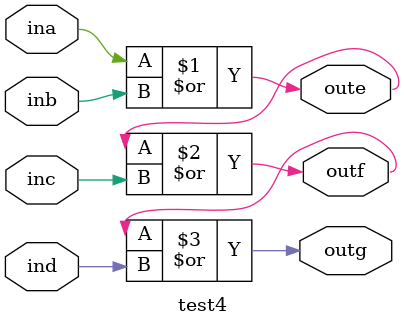
<source format=v>
`timescale 1ns / 1ps

module test4(
    input ina, inb, inc, ind,
    output oute, outf, outg
);
    
    assign oute = ina | inb;
    assign outf = oute | inc;
    assign outg = outf | ind;
endmodule

</source>
